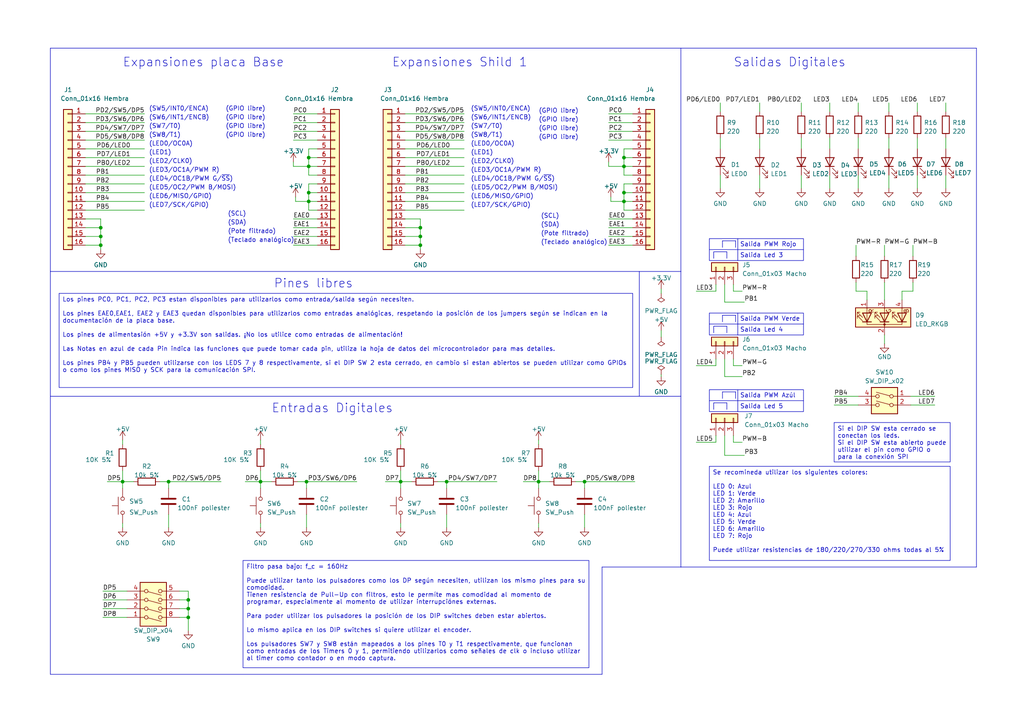
<source format=kicad_sch>
(kicad_sch (version 20230121) (generator eeschema)
  (paper "A4")
  (title_block (title "Shield 1") (date "2023-02-03") (rev "Rev 1.0") (company "E.E.S.T. N°1 V.L."))
  (lib_symbols
    (symbol "Connector_Generic:Conn_01x03" (pin_names (offset 1.016) hide)
      (property "Reference" "J" (at 0 5.08 0))
      (property "Value" "Conn_01x03" (at 0 -5.08 0))
      (symbol "Conn_01x03_1_1"
        (pin passive line (at -5.08 2.54 0) (length 3.81) (name "Pin_1") (number "1"))
        (pin passive line (at -5.08 0 0) (length 3.81) (name "Pin_2") (number "2"))
        (pin passive line (at -5.08 -2.54 0) (length 3.81) (name "Pin_3") (number "3"))
      )
    )
    (symbol "Connector_Generic:Conn_01x16" (pin_names (offset 1.016) hide)
      (property "Reference" "J" (at 0 20.32 0))
      (property "Value" "Conn_01x16" (at 0 -22.86 0))
      (symbol "Conn_01x16_1_1"
        (pin passive line (at -5.08 17.78 0) (length 3.81) (name "Pin_1") (number "1"))
        (pin passive line (at -5.08 -5.08 0) (length 3.81) (name "Pin_10") (number "10"))
        (pin passive line (at -5.08 -7.62 0) (length 3.81) (name "Pin_11") (number "11"))
        (pin passive line (at -5.08 -10.16 0) (length 3.81) (name "Pin_12") (number "12"))
        (pin passive line (at -5.08 -12.7 0) (length 3.81) (name "Pin_13") (number "13"))
        (pin passive line (at -5.08 -15.24 0) (length 3.81) (name "Pin_14") (number "14"))
        (pin passive line (at -5.08 -17.78 0) (length 3.81) (name "Pin_15") (number "15"))
        (pin passive line (at -5.08 -20.32 0) (length 3.81) (name "Pin_16") (number "16"))
        (pin passive line (at -5.08 15.24 0) (length 3.81) (name "Pin_2") (number "2"))
        (pin passive line (at -5.08 12.7 0) (length 3.81) (name "Pin_3") (number "3"))
        (pin passive line (at -5.08 10.16 0) (length 3.81) (name "Pin_4") (number "4"))
        (pin passive line (at -5.08 7.62 0) (length 3.81) (name "Pin_5") (number "5"))
        (pin passive line (at -5.08 5.08 0) (length 3.81) (name "Pin_6") (number "6"))
        (pin passive line (at -5.08 2.54 0) (length 3.81) (name "Pin_7") (number "7"))
        (pin passive line (at -5.08 0 0) (length 3.81) (name "Pin_8") (number "8"))
        (pin passive line (at -5.08 -2.54 0) (length 3.81) (name "Pin_9") (number "9"))
      )
    )
    (symbol "Device:C" (pin_numbers hide) (pin_names (offset 0.254))
      (property "Reference" "C" (at 0.635 2.54 0))
      (property "Value" "C" (at 0.635 -2.54 0))
      (symbol "C_1_1"
        (pin passive line (at 0 3.81 270) (length 2.794) (name "~") (number "1"))
        (pin passive line (at 0 -3.81 90) (length 2.794) (name "~") (number "2"))
      )
    )
    (symbol "Device:LED" (pin_numbers hide) (pin_names (offset 1.016) hide)
      (property "Reference" "D" (at 0 2.54 0))
      (property "Value" "LED" (at 0 -2.54 0))
      (symbol "LED_1_1"
        (pin passive line (at -3.81 0 0) (length 2.54) (name "K") (number "1"))
        (pin passive line (at 3.81 0 180) (length 2.54) (name "A") (number "2"))
      )
    )
    (symbol "Device:LED_RKGB" (pin_names (offset 0) hide)
      (property "Reference" "D" (at 0 9.398 0))
      (property "Value" "LED_RKGB" (at 0 -8.89 0))
      (symbol "LED_RKGB_0_0"
        (text "B" (at 1.905 -6.35 0) (effects (font (size 1.27 1.27))))
        (text "G" (at 1.905 -1.27 0) (effects (font (size 1.27 1.27))))
        (text "R" (at 1.905 3.81 0) (effects (font (size 1.27 1.27))))
      )
      (symbol "LED_RKGB_1_1"
        (pin passive line (at 5.08 5.08 180) (length 2.54) (name "RA") (number "1"))
        (pin passive line (at -5.08 0 0) (length 2.54) (name "K") (number "2"))
        (pin passive line (at 5.08 0 180) (length 2.54) (name "GA") (number "3"))
        (pin passive line (at 5.08 -5.08 180) (length 2.54) (name "BA") (number "4"))
      )
    )
    (symbol "Device:R" (pin_numbers hide) (pin_names (offset 0))
      (property "Reference" "R" (at 2.032 0 90))
      (property "Value" "R" (at 0 0 90))
      (symbol "R_1_1"
        (pin passive line (at 0 3.81 270) (length 1.27) (name "~") (number "1"))
        (pin passive line (at 0 -3.81 90) (length 1.27) (name "~") (number "2"))
      )
    )
    (symbol "R_1" (pin_numbers hide) (pin_names (offset 0))
      (property "Reference" "R" (at 2.032 0 90))
      (property "Value" "R" (at 0 0 90))
      (symbol "R_1_1_1"
        (pin passive line (at 0 3.81 270) (length 1.27) (name "~") (number "1"))
        (pin passive line (at 0 -3.81 90) (length 1.27) (name "~") (number "2"))
      )
    )
    (symbol "Switch:SW_DIP_x02" (pin_names (offset 0) hide)
      (property "Reference" "SW" (at 0 6.35 0))
      (property "Value" "SW_DIP_x02" (at 0 -3.81 0))
      (symbol "SW_DIP_x02_1_1"
        (pin passive line (at -7.62 2.54 0) (length 5.08) (name "~") (number "1"))
        (pin passive line (at -7.62 0 0) (length 5.08) (name "~") (number "2"))
        (pin passive line (at 7.62 0 180) (length 5.08) (name "~") (number "3"))
        (pin passive line (at 7.62 2.54 180) (length 5.08) (name "~") (number "4"))
      )
    )
    (symbol "Switch:SW_DIP_x04" (pin_names (offset 0) hide)
      (property "Reference" "SW" (at 0 8.89 0))
      (property "Value" "SW_DIP_x04" (at 0 -6.35 0))
      (symbol "SW_DIP_x04_1_1"
        (pin passive line (at -7.62 5.08 0) (length 5.08) (name "~") (number "1"))
        (pin passive line (at -7.62 2.54 0) (length 5.08) (name "~") (number "2"))
        (pin passive line (at -7.62 0 0) (length 5.08) (name "~") (number "3"))
        (pin passive line (at -7.62 -2.54 0) (length 5.08) (name "~") (number "4"))
        (pin passive line (at 7.62 -2.54 180) (length 5.08) (name "~") (number "5"))
        (pin passive line (at 7.62 0 180) (length 5.08) (name "~") (number "6"))
        (pin passive line (at 7.62 2.54 180) (length 5.08) (name "~") (number "7"))
        (pin passive line (at 7.62 5.08 180) (length 5.08) (name "~") (number "8"))
      )
    )
    (symbol "Switch:SW_Push" (pin_numbers hide) (pin_names (offset 1.016) hide)
      (property "Reference" "SW" (at 1.27 2.54 0))
      (property "Value" "SW_Push" (at 0 -1.524 0))
      (symbol "SW_Push_0_1"
        (pin passive line (at -5.08 0 0) (length 2.54) (name "1") (number "1"))
        (pin passive line (at 5.08 0 180) (length 2.54) (name "2") (number "2"))
      )
    )
    (symbol "power:+3.3V" (power) (pin_names (offset 0))
      (property "Value" "+3.3V" (at 0 3.556 0))
      (symbol "+3.3V_1_1"
        (pin power_in line (at 0 0 90) (length 0) hide (name "+3.3V") (number "1"))
      )
    )
    (symbol "power:+5V" (power) (pin_names (offset 0))
      (property "Value" "+5V" (at 0 3.556 0))
      (symbol "+5V_1_1"
        (pin power_in line (at 0 0 90) (length 0) hide (name "+5V") (number "1"))
      )
    )
    (symbol "power:GND" (power) (pin_names (offset 0))
      (property "Value" "GND" (at 0 -3.81 0))
      (symbol "GND_1_1"
        (pin power_in line (at 0 0 270) (length 0) hide (name "GND") (number "1"))
      )
    )
    (symbol "power:PWR_FLAG" (power) (pin_numbers hide) (pin_names (offset 0) hide)
      (property "Value" "PWR_FLAG" (at 0 3.81 0))
      (symbol "PWR_FLAG_0_0"
        (pin power_out line (at 0 0 90) (length 0) (name "pwr") (number "1"))
      )
    )
  )
  (junction (at 29.21 66.04))
  (junction (at 89.535 55.88))
  (junction (at 180.975 55.88))
  (junction (at 88.9 139.7))
  (junction (at 29.21 71.12))
  (junction (at 116.205 139.7))
  (junction (at 75.565 139.7))
  (junction (at 35.56 139.7))
  (junction (at 121.92 68.58))
  (junction (at 180.975 45.72))
  (junction (at 156.21 139.7))
  (junction (at 54.61 176.53))
  (junction (at 29.21 68.58))
  (junction (at 121.92 71.12))
  (junction (at 89.535 45.72))
  (junction (at 89.535 58.42))
  (junction (at 54.61 173.99))
  (junction (at 121.92 66.04))
  (junction (at 180.975 58.42))
  (junction (at 54.61 179.07))
  (junction (at 48.895 139.7))
  (junction (at 129.54 139.7))
  (junction (at 89.535 48.26))
  (junction (at 180.975 48.26))
  (junction (at 169.545 139.7))
  (wire (pts (xy 29.21 72.39) (xy 29.21 71.12)))
  (wire (pts (xy 264.16 117.475) (xy 271.145 117.475)))
  (polyline (pts (xy 205.74 72.39) (xy 226.695 72.39)))
  (polyline (pts (xy 14.605 78.74) (xy 197.485 78.74)))
  (wire (pts (xy 201.93 106.045) (xy 207.645 106.045)))
  (wire (pts (xy 29.21 68.58) (xy 29.21 71.12)))
  (wire (pts (xy 75.565 141.605) (xy 75.565 139.7)))
  (wire (pts (xy 54.61 176.53) (xy 54.61 179.07)))
  (wire (pts (xy 54.61 171.45) (xy 54.61 173.99)))
  (wire (pts (xy 29.845 179.07) (xy 36.83 179.07)))
  (wire (pts (xy 85.09 46.99) (xy 85.09 48.26)))
  (wire (pts (xy 71.12 139.7) (xy 75.565 139.7)))
  (wire (pts (xy 35.56 153.035) (xy 35.56 151.765)))
  (polyline (pts (xy 210.82 73.025) (xy 210.82 74.93)))
  (wire (pts (xy 29.21 63.5) (xy 29.21 66.04)))
  (wire (pts (xy 212.725 106.045) (xy 215.265 106.045)))
  (polyline (pts (xy 209.55 69.85) (xy 213.36 69.85)))
  (wire (pts (xy 241.935 114.935) (xy 248.92 114.935)))
  (wire (pts (xy 121.92 63.5) (xy 117.475 63.5)))
  (wire (pts (xy 24.765 58.42) (xy 41.91 58.42)))
  (polyline (pts (xy 14.605 13.97) (xy 197.485 13.97)))
  (wire (pts (xy 210.185 82.55) (xy 210.185 87.63)))
  (wire (pts (xy 29.845 176.53) (xy 36.83 176.53)))
  (wire (pts (xy 220.345 29.845) (xy 220.345 32.385)))
  (wire (pts (xy 180.975 48.26) (xy 183.515 48.26)))
  (wire (pts (xy 210.185 87.63) (xy 215.9 87.63)))
  (polyline (pts (xy 14.605 78.74) (xy 14.605 195.58)))
  (wire (pts (xy 75.565 139.7) (xy 75.565 136.525)))
  (wire (pts (xy 89.535 45.72) (xy 92.075 45.72)))
  (polyline (pts (xy 197.485 164.465) (xy 197.485 78.74)))
  (wire (pts (xy 274.32 29.845) (xy 274.32 32.385)))
  (wire (pts (xy 129.54 141.605) (xy 129.54 139.7)))
  (wire (pts (xy 89.535 48.26) (xy 92.075 48.26)))
  (polyline (pts (xy 207.01 73.025) (xy 210.82 73.025)))
  (polyline (pts (xy 213.36 91.44) (xy 213.36 93.345)))
  (wire (pts (xy 176.53 40.64) (xy 183.515 40.64)))
  (wire (pts (xy 180.975 55.88) (xy 183.515 55.88)))
  (wire (pts (xy 210.185 132.08) (xy 215.9 132.08)))
  (wire (pts (xy 92.075 53.34) (xy 89.535 53.34)))
  (wire (pts (xy 85.09 40.64) (xy 92.075 40.64)))
  (wire (pts (xy 169.545 139.7) (xy 184.15 139.7)))
  (polyline (pts (xy 174.625 195.58) (xy 174.625 164.465)))
  (wire (pts (xy 85.09 71.12) (xy 92.075 71.12)))
  (wire (pts (xy 29.845 173.99) (xy 36.83 173.99)))
  (wire (pts (xy 24.765 45.72) (xy 41.91 45.72)))
  (wire (pts (xy 116.205 141.605) (xy 116.205 139.7)))
  (wire (pts (xy 151.765 139.7) (xy 156.21 139.7)))
  (wire (pts (xy 24.765 40.64) (xy 41.91 40.64)))
  (wire (pts (xy 180.975 43.18) (xy 180.975 45.72)))
  (wire (pts (xy 35.56 139.7) (xy 38.735 139.7)))
  (wire (pts (xy 52.07 173.99) (xy 54.61 173.99)))
  (wire (pts (xy 117.475 35.56) (xy 134.62 35.56)))
  (polyline (pts (xy 213.995 69.215) (xy 213.995 75.565)))
  (polyline (pts (xy 226.695 116.205) (xy 233.045 116.205)))
  (wire (pts (xy 85.09 48.26) (xy 89.535 48.26)))
  (wire (pts (xy 117.475 40.64) (xy 134.62 40.64)))
  (wire (pts (xy 241.935 117.475) (xy 248.92 117.475)))
  (wire (pts (xy 52.07 171.45) (xy 54.61 171.45)))
  (polyline (pts (xy 197.485 13.97) (xy 283.21 13.97)))
  (wire (pts (xy 35.56 127.635) (xy 35.56 128.905)))
  (wire (pts (xy 240.665 40.005) (xy 240.665 43.18)))
  (wire (pts (xy 24.765 33.02) (xy 41.91 33.02)))
  (wire (pts (xy 48.895 149.225) (xy 48.895 153.035)))
  (wire (pts (xy 240.665 50.8) (xy 240.665 54.61)))
  (wire (pts (xy 117.475 66.04) (xy 121.92 66.04)))
  (polyline (pts (xy 14.605 195.58) (xy 174.625 195.58)))
  (wire (pts (xy 116.205 139.7) (xy 116.205 136.525)))
  (wire (pts (xy 75.565 139.7) (xy 78.74 139.7)))
  (wire (pts (xy 89.535 58.42) (xy 92.075 58.42)))
  (wire (pts (xy 180.975 58.42) (xy 183.515 58.42)))
  (wire (pts (xy 257.81 29.845) (xy 257.81 32.385)))
  (wire (pts (xy 220.345 50.8) (xy 220.345 54.61)))
  (wire (pts (xy 207.645 84.455) (xy 207.645 82.55)))
  (wire (pts (xy 248.285 81.915) (xy 248.285 84.455)))
  (wire (pts (xy 208.915 29.845) (xy 208.915 32.385)))
  (wire (pts (xy 116.205 153.035) (xy 116.205 151.765)))
  (polyline (pts (xy 209.55 113.665) (xy 213.36 113.665)))
  (polyline (pts (xy 207.01 116.84) (xy 210.82 116.84)))
  (wire (pts (xy 24.765 38.1) (xy 41.91 38.1)))
  (wire (pts (xy 117.475 38.1) (xy 134.62 38.1)))
  (wire (pts (xy 129.54 149.225) (xy 129.54 153.035)))
  (wire (pts (xy 169.545 149.225) (xy 169.545 153.035)))
  (wire (pts (xy 88.9 149.225) (xy 88.9 153.035)))
  (wire (pts (xy 92.075 43.18) (xy 89.535 43.18)))
  (wire (pts (xy 191.77 108.585) (xy 191.77 109.22)))
  (wire (pts (xy 29.21 66.04) (xy 29.21 68.58)))
  (wire (pts (xy 52.07 176.53) (xy 54.61 176.53)))
  (wire (pts (xy 176.53 71.12) (xy 183.515 71.12)))
  (polyline (pts (xy 283.21 13.97) (xy 283.21 164.465)))
  (wire (pts (xy 85.09 68.58) (xy 92.075 68.58)))
  (wire (pts (xy 248.285 71.12) (xy 248.285 74.295)))
  (wire (pts (xy 24.765 60.96) (xy 41.91 60.96)))
  (wire (pts (xy 117.475 60.96) (xy 134.62 60.96)))
  (wire (pts (xy 210.185 109.22) (xy 210.185 104.14)))
  (wire (pts (xy 274.32 40.005) (xy 274.32 43.18)))
  (wire (pts (xy 85.09 66.04) (xy 92.075 66.04)))
  (polyline (pts (xy 209.55 91.44) (xy 213.36 91.44)))
  (wire (pts (xy 117.475 53.34) (xy 134.62 53.34)))
  (wire (pts (xy 201.93 84.455) (xy 207.645 84.455)))
  (wire (pts (xy 264.16 114.935) (xy 271.145 114.935)))
  (wire (pts (xy 212.725 128.27) (xy 215.265 128.27)))
  (wire (pts (xy 129.54 139.7) (xy 127 139.7)))
  (wire (pts (xy 29.21 63.5) (xy 24.765 63.5)))
  (wire (pts (xy 191.77 95.885) (xy 191.77 97.79)))
  (wire (pts (xy 121.92 72.39) (xy 121.92 71.12)))
  (wire (pts (xy 207.645 128.27) (xy 207.645 126.365)))
  (wire (pts (xy 54.61 179.07) (xy 54.61 182.88)))
  (wire (pts (xy 248.285 84.455) (xy 251.46 84.455)))
  (polyline (pts (xy 174.625 164.465) (xy 197.485 164.465)))
  (wire (pts (xy 48.895 139.7) (xy 64.135 139.7)))
  (wire (pts (xy 180.975 60.96) (xy 183.515 60.96)))
  (polyline (pts (xy 226.695 72.39) (xy 233.045 72.39)))
  (wire (pts (xy 89.535 55.88) (xy 92.075 55.88)))
  (wire (pts (xy 29.845 171.45) (xy 36.83 171.45)))
  (wire (pts (xy 257.81 40.005) (xy 257.81 43.18)))
  (wire (pts (xy 266.065 50.8) (xy 266.065 54.61)))
  (wire (pts (xy 52.07 179.07) (xy 54.61 179.07)))
  (polyline (pts (xy 14.605 114.935) (xy 197.485 114.935)))
  (wire (pts (xy 215.265 109.22) (xy 210.185 109.22)))
  (wire (pts (xy 89.535 48.26) (xy 89.535 50.8)))
  (polyline (pts (xy 207.01 94.615) (xy 210.82 94.615)))
  (wire (pts (xy 121.92 66.04) (xy 121.92 68.58)))
  (wire (pts (xy 85.725 58.42) (xy 89.535 58.42)))
  (wire (pts (xy 212.725 104.14) (xy 212.725 106.045)))
  (wire (pts (xy 264.795 84.455) (xy 261.62 84.455)))
  (polyline (pts (xy 207.01 96.52) (xy 207.01 94.615)))
  (polyline (pts (xy 207.01 118.745) (xy 207.01 116.84)))
  (wire (pts (xy 266.065 40.005) (xy 266.065 43.18)))
  (wire (pts (xy 121.92 63.5) (xy 121.92 66.04)))
  (wire (pts (xy 248.92 50.8) (xy 248.92 54.61)))
  (wire (pts (xy 156.21 153.035) (xy 156.21 151.765)))
  (wire (pts (xy 169.545 139.7) (xy 167.005 139.7)))
  (wire (pts (xy 201.93 128.27) (xy 207.645 128.27)))
  (wire (pts (xy 180.975 55.88) (xy 180.975 58.42)))
  (wire (pts (xy 176.53 48.26) (xy 180.975 48.26)))
  (wire (pts (xy 180.975 48.26) (xy 180.975 50.8)))
  (wire (pts (xy 180.975 58.42) (xy 180.975 60.96)))
  (wire (pts (xy 85.09 33.02) (xy 92.075 33.02)))
  (wire (pts (xy 256.54 71.12) (xy 256.54 74.295)))
  (wire (pts (xy 264.795 81.915) (xy 264.795 84.455)))
  (wire (pts (xy 117.475 48.26) (xy 134.62 48.26)))
  (polyline (pts (xy 14.605 78.74) (xy 14.605 13.97)))
  (polyline (pts (xy 213.995 90.805) (xy 213.995 97.155)))
  (wire (pts (xy 35.56 139.7) (xy 35.56 136.525)))
  (wire (pts (xy 180.975 53.34) (xy 180.975 55.88)))
  (polyline (pts (xy 213.995 113.03) (xy 213.995 119.38)))
  (wire (pts (xy 89.535 55.88) (xy 89.535 58.42)))
  (wire (pts (xy 251.46 84.455) (xy 251.46 86.995)))
  (polyline (pts (xy 213.36 69.85) (xy 213.36 71.755)))
  (wire (pts (xy 180.975 45.72) (xy 183.515 45.72)))
  (wire (pts (xy 176.53 63.5) (xy 183.515 63.5)))
  (wire (pts (xy 121.92 68.58) (xy 121.92 71.12)))
  (polyline (pts (xy 226.695 93.98) (xy 233.045 93.98)))
  (wire (pts (xy 180.975 45.72) (xy 180.975 48.26)))
  (wire (pts (xy 176.53 66.04) (xy 183.515 66.04)))
  (wire (pts (xy 274.32 50.8) (xy 274.32 54.61)))
  (wire (pts (xy 156.21 136.525) (xy 156.21 139.7)))
  (wire (pts (xy 232.41 50.8) (xy 232.41 54.61)))
  (wire (pts (xy 176.53 68.58) (xy 183.515 68.58)))
  (wire (pts (xy 117.475 33.02) (xy 134.62 33.02)))
  (wire (pts (xy 88.9 141.605) (xy 88.9 139.7)))
  (wire (pts (xy 117.475 58.42) (xy 134.62 58.42)))
  (wire (pts (xy 256.54 81.915) (xy 256.54 86.995)))
  (wire (pts (xy 220.345 40.005) (xy 220.345 43.18)))
  (polyline (pts (xy 185.42 78.74) (xy 185.42 114.935)))
  (wire (pts (xy 54.61 173.99) (xy 54.61 176.53)))
  (wire (pts (xy 31.115 139.7) (xy 35.56 139.7)))
  (wire (pts (xy 85.725 57.15) (xy 85.725 58.42)))
  (wire (pts (xy 117.475 45.72) (xy 134.62 45.72)))
  (wire (pts (xy 156.21 127.635) (xy 156.21 128.905)))
  (wire (pts (xy 88.9 139.7) (xy 103.505 139.7)))
  (wire (pts (xy 256.54 97.155) (xy 256.54 99.695)))
  (wire (pts (xy 208.915 50.8) (xy 208.915 54.61)))
  (wire (pts (xy 24.765 43.18) (xy 41.91 43.18)))
  (wire (pts (xy 210.185 126.365) (xy 210.185 132.08)))
  (polyline (pts (xy 205.74 116.205) (xy 226.695 116.205)))
  (wire (pts (xy 48.895 141.605) (xy 48.895 139.7)))
  (wire (pts (xy 180.975 50.8) (xy 183.515 50.8)))
  (wire (pts (xy 266.065 29.845) (xy 266.065 32.385)))
  (wire (pts (xy 111.76 139.7) (xy 116.205 139.7)))
  (wire (pts (xy 24.765 53.34) (xy 41.91 53.34)))
  (wire (pts (xy 176.53 38.1) (xy 183.515 38.1)))
  (wire (pts (xy 24.765 55.88) (xy 41.91 55.88)))
  (wire (pts (xy 116.205 139.7) (xy 119.38 139.7)))
  (polyline (pts (xy 207.01 74.93) (xy 207.01 73.025)))
  (wire (pts (xy 24.765 68.58) (xy 29.21 68.58)))
  (wire (pts (xy 35.56 141.605) (xy 35.56 139.7)))
  (wire (pts (xy 191.77 83.82) (xy 191.77 85.09)))
  (wire (pts (xy 89.535 50.8) (xy 92.075 50.8)))
  (wire (pts (xy 212.725 84.455) (xy 215.265 84.455)))
  (wire (pts (xy 248.92 40.005) (xy 248.92 43.18)))
  (wire (pts (xy 89.535 58.42) (xy 89.535 60.96)))
  (polyline (pts (xy 283.21 164.465) (xy 197.485 164.465)))
  (wire (pts (xy 177.165 57.15) (xy 177.165 58.42)))
  (wire (pts (xy 212.725 82.55) (xy 212.725 84.455)))
  (wire (pts (xy 116.205 127.635) (xy 116.205 128.905)))
  (wire (pts (xy 89.535 45.72) (xy 89.535 48.26)))
  (polyline (pts (xy 205.74 93.98) (xy 226.695 93.98)))
  (wire (pts (xy 85.09 38.1) (xy 92.075 38.1)))
  (wire (pts (xy 85.09 63.5) (xy 92.075 63.5)))
  (wire (pts (xy 89.535 43.18) (xy 89.535 45.72)))
  (polyline (pts (xy 209.55 71.755) (xy 209.55 69.85)))
  (wire (pts (xy 117.475 71.12) (xy 121.92 71.12)))
  (wire (pts (xy 117.475 50.8) (xy 134.62 50.8)))
  (wire (pts (xy 75.565 153.035) (xy 75.565 151.765)))
  (wire (pts (xy 24.765 48.26) (xy 41.91 48.26)))
  (wire (pts (xy 89.535 60.96) (xy 92.075 60.96)))
  (wire (pts (xy 24.765 50.8) (xy 41.91 50.8)))
  (wire (pts (xy 85.09 35.56) (xy 92.075 35.56)))
  (wire (pts (xy 176.53 35.56) (xy 183.515 35.56)))
  (wire (pts (xy 75.565 127.635) (xy 75.565 128.905)))
  (wire (pts (xy 261.62 84.455) (xy 261.62 86.995)))
  (wire (pts (xy 183.515 43.18) (xy 180.975 43.18)))
  (wire (pts (xy 48.895 139.7) (xy 46.355 139.7)))
  (polyline (pts (xy 209.55 115.57) (xy 209.55 113.665)))
  (wire (pts (xy 117.475 55.88) (xy 134.62 55.88)))
  (wire (pts (xy 129.54 139.7) (xy 144.145 139.7)))
  (wire (pts (xy 183.515 53.34) (xy 180.975 53.34)))
  (wire (pts (xy 156.21 139.7) (xy 159.385 139.7)))
  (wire (pts (xy 208.915 40.005) (xy 208.915 43.18)))
  (wire (pts (xy 89.535 53.34) (xy 89.535 55.88)))
  (polyline (pts (xy 210.82 94.615) (xy 210.82 96.52)))
  (wire (pts (xy 212.725 126.365) (xy 212.725 128.27)))
  (wire (pts (xy 117.475 43.18) (xy 134.62 43.18)))
  (wire (pts (xy 240.665 29.845) (xy 240.665 32.385)))
  (wire (pts (xy 156.21 141.605) (xy 156.21 139.7)))
  (wire (pts (xy 176.53 33.02) (xy 183.515 33.02)))
  (polyline (pts (xy 213.36 113.665) (xy 213.36 115.57)))
  (wire (pts (xy 264.795 71.12) (xy 264.795 74.295)))
  (polyline (pts (xy 197.485 13.97) (xy 197.485 78.74)))
  (wire (pts (xy 176.53 46.99) (xy 176.53 48.26)))
  (wire (pts (xy 24.765 71.12) (xy 29.21 71.12)))
  (wire (pts (xy 24.765 35.56) (xy 41.91 35.56)))
  (wire (pts (xy 117.475 68.58) (xy 121.92 68.58)))
  (wire (pts (xy 207.645 104.14) (xy 207.645 106.045)))
  (wire (pts (xy 169.545 141.605) (xy 169.545 139.7)))
  (wire (pts (xy 248.92 29.845) (xy 248.92 32.385)))
  (wire (pts (xy 232.41 40.005) (xy 232.41 43.18)))
  (wire (pts (xy 257.81 50.8) (xy 257.81 54.61)))
  (polyline (pts (xy 210.82 116.84) (xy 210.82 118.745)))
  (wire (pts (xy 24.765 66.04) (xy 29.21 66.04)))
  (polyline (pts (xy 209.55 93.345) (xy 209.55 91.44)))
  (wire (pts (xy 177.165 58.42) (xy 180.975 58.42)))
  (wire (pts (xy 88.9 139.7) (xy 86.36 139.7)))
  (wire (pts (xy 232.41 29.845) (xy 232.41 32.385)))
  (rectangle (start 205.74 113.03) (end 233.045 119.38))
  (rectangle (start 205.74 69.215) (end 233.045 75.565))
  (rectangle (start 205.74 90.805) (end 233.045 97.155))
  (text_box "Si el DIP SW esta cerrado se conectan los leds.\nSi el DIP SW esta abierto puede utilizar el pin como GPIO o para la conexión SPI" (at 241.935 122.555 0) (size 33.655 11.43) (effects (font (size 1.27 1.27)) (justify left top)))
  (text_box "Los pines PC0, PC1, PC2, PC3 estan disponibles para utilizarlos como entrada/salida según necesiten.\n\nLos pines EAE0,EAE1, EAE2 y EAE3 quedan disponibles para utilizarlos como entradas analógicas, respetando la posición de los jumpers según se indican en la documentación de la placa base.\n\nLos pines de alimentasión +5V y +3.3V son salidas. ¡No los utilice como entradas de alimentación! \n\nLas Notas en azul de cada Pin indica las funciones que puede tomar cada pin, utiliza la hoja de datos del microcontrolador para mas detalles.\n\nLos pines PB4 y PB5 pueden utilizarse con los LEDS 7 y 8 respectivamente, si el DIP SW 2 esta cerrado, en cambio si estan abiertos se pueden utilizar como GPIOs o como los pines MISO y SCK para la comunicación SPI." (at 17.145 85.09 0) (size 166.37 27.305) (effects (font (size 1.27 1.27)) (justify left top)))
  (text_box "Se recomineda utilizar los siguientes colores:\n\nLED 0: Azul\nLED 1: Verde\nLED 2: Amarillo\nLED 3: Rojo\nLED 4: Azul\nLED 5: Verde\nLED 6: Amarillo\nLED 7: Rojo\n\nPuede utilizar resistencias de 180/220/270/330 ohms todas al 5%" (at 205.74 135.255 0) (size 69.85 27.305) (effects (font (size 1.27 1.27)) (justify left top)))
  (text_box "Filtro pasa bajo: f_c = 160Hz\n\nPuede utilizar tanto los pulsadores como los DP según necesiten, utilizan los mismo pines para su comodidad.\nTienen resistencia de Pull-Up con filtros, esto le permíte mas comodidad al momento de programar, especialmente al momento de utilizar interrupciónes externas.\n\nPara poder utilizar los pulsadores la posición de los DIP switches deben estar abiertos.\n\nLo mismo aplica en los DIP switches si quiere utilizar el encoder.\n\nLos pulsadores SW7 y SW8 están mapeados a los pines T0 y T1 respectivamente, que funcionan como entradas de los Timers 0 y 1, permitiendo utilizarlos como señales de clk o incluso utilizar al timer como contador o en modo captura. \n\n" (at 70.485 162.56 0) (size 100.33 31.115) (effects (font (size 1.27 1.27)) (justify left top)))
  (text "Salida PWM Verde" (at 214.63 93.345 0) (effects (font (size 1.27 1.27)) (justify left bottom)))
  (text "(SW6/INT1/ENCB)" (at 43.18 34.925 0) (effects (font (size 1.27 1.27)) (justify left bottom)))
  (text "(LED1)" (at 43.18 45.085 0) (effects (font (size 1.27 1.27)) (justify left bottom)))
  (text "(GPIO libre)" (at 65.405 34.925 0) (effects (font (size 1.27 1.27)) (justify left bottom)))
  (text "(SDA)" (at 66.04 65.405 0) (effects (font (size 1.27 1.27)) (justify left bottom)))
  (text "(Teclado analógico)" (at 156.845 71.12 0) (effects (font (size 1.27 1.27)) (justify left bottom)))
  (text "(SCL)" (at 156.845 63.5 0) (effects (font (size 1.27 1.27)) (justify left bottom)))
  (text "(LED6/MISO/GPIO)" (at 43.18 57.785 0) (effects (font (size 1.27 1.27)) (justify left bottom)))
  (text "(SW5/INT0/ENCA)" (at 136.525 32.385 0) (effects (font (size 1.27 1.27)) (justify left bottom)))
  (text "(SW7/T0)" (at 43.18 37.465 0) (effects (font (size 1.27 1.27)) (justify left bottom)))
  (text "(GPIO libre)" (at 156.21 33.02 0) (effects (font (size 1.27 1.27)) (justify left bottom)))
  (text "(GPIO libre)" (at 65.405 37.465 0) (effects (font (size 1.27 1.27)) (justify left bottom)))
  (text "(GPIO libre)" (at 156.21 35.56 0) (effects (font (size 1.27 1.27)) (justify left bottom)))
  (text "(SW7/T0)" (at 136.525 37.465 0) (effects (font (size 1.27 1.27)) (justify left bottom)))
  (text "Expansiones Shild 1" (at 113.665 19.685 0) (effects (font (size 2.54 2.54)) (justify left bottom)))
  (text "(LED2/CLK0)" (at 136.525 47.625 0) (effects (font (size 1.27 1.27)) (justify left bottom)))
  (text "(Pote filtrado)" (at 156.845 68.58 0) (effects (font (size 1.27 1.27)) (justify left bottom)))
  (text "Salida PWM Azúl" (at 214.63 115.57 0) (effects (font (size 1.27 1.27)) (justify left bottom)))
  (text "Salida Led 4" (at 214.63 96.52 0) (effects (font (size 1.27 1.27)) (justify left bottom)))
  (text "(Teclado analógico)" (at 66.04 70.485 0) (effects (font (size 1.27 1.27)) (justify left bottom)))
  (text "(LED6/MISO/GPIO)" (at 136.525 57.785 0) (effects (font (size 1.27 1.27)) (justify left bottom)))
  (text "(SCL)" (at 66.04 62.865 0) (effects (font (size 1.27 1.27)) (justify left bottom)))
  (text "(SW6/INT1/ENCB)" (at 136.525 34.925 0) (effects (font (size 1.27 1.27)) (justify left bottom)))
  (text "(SDA)" (at 156.845 66.04 0) (effects (font (size 1.27 1.27)) (justify left bottom)))
  (text "(LED0/OC0A)" (at 43.18 42.545 0) (effects (font (size 1.27 1.27)) (justify left bottom)))
  (text "(GPIO libre)" (at 65.405 40.005 0) (effects (font (size 1.27 1.27)) (justify left bottom)))
  (text "(LED2/CLK0)" (at 43.18 47.625 0) (effects (font (size 1.27 1.27)) (justify left bottom)))
  (text "(GPIO libre)" (at 156.21 40.64 0) (effects (font (size 1.27 1.27)) (justify left bottom)))
  (text "(LED3/OC1A/PWM R)" (at 43.18 50.165 0) (effects (font (size 1.27 1.27)) (justify left bottom)))
  (text "Pines libres" (at 79.375 83.82 0) (effects (font (size 2.54 2.54)) (justify left bottom)))
  (text "(SW5/INT0/ENCA)" (at 43.18 32.385 0) (effects (font (size 1.27 1.27)) (justify left bottom)))
  (text "Salidas Digitales" (at 212.725 19.685 0) (effects (font (size 2.54 2.54)) (justify left bottom)))
  (text "Salida PWM Rojo" (at 214.63 71.755 0) (effects (font (size 1.27 1.27)) (justify left bottom)))
  (text "(LED7/SCK/GPIO)" (at 43.18 60.325 0) (effects (font (size 1.27 1.27)) (justify left bottom)))
  (text "(LED0/OC0A)" (at 136.525 42.545 0) (effects (font (size 1.27 1.27)) (justify left bottom)))
  (text "Expansiones placa Base" (at 35.56 19.685 0) (effects (font (size 2.54 2.54)) (justify left bottom)))
  (text "(LED7/SCK/GPIO)" (at 136.525 60.325 0) (effects (font (size 1.27 1.27)) (justify left bottom)))
  (text "Salida Led 3" (at 214.63 74.93 0) (effects (font (size 1.27 1.27)) (justify left bottom)))
  (text "(LED3/OC1A/PWM R)" (at 136.525 50.165 0) (effects (font (size 1.27 1.27)) (justify left bottom)))
  (text "(LED5/OC2/PWM B/MOSI)" (at 136.525 55.245 0) (effects (font (size 1.27 1.27)) (justify left bottom)))
  (text "(LED4/OC1B/PWM G/~{SS})" (at 136.525 52.705 0) (effects (font (size 1.27 1.27)) (justify left bottom)))
  (text "(GPIO libre)" (at 65.405 32.385 0) (effects (font (size 1.27 1.27)) (justify left bottom)))
  (text "Entradas Digitales" (at 78.74 120.015 0) (effects (font (size 2.54 2.54)) (justify left bottom)))
  (text "(SW8/T1)" (at 43.18 40.005 0) (effects (font (size 1.27 1.27)) (justify left bottom)))
  (text "(GPIO libre)" (at 156.21 38.1 0) (effects (font (size 1.27 1.27)) (justify left bottom)))
  (text "(LED5/OC2/PWM B/MOSI)" (at 43.18 55.245 0) (effects (font (size 1.27 1.27)) (justify left bottom)))
  (text "(Pote filtrado)" (at 66.04 67.945 0) (effects (font (size 1.27 1.27)) (justify left bottom)))
  (text "(LED4/OC1B/PWM G/~{SS})" (at 43.18 52.705 0) (effects (font (size 1.27 1.27)) (justify left bottom)))
  (text "(LED1)" (at 136.525 45.085 0) (effects (font (size 1.27 1.27)) (justify left bottom)))
  (text "Salida Led 5" (at 214.63 118.745 0) (effects (font (size 1.27 1.27)) (justify left bottom)))
  (text "(SW8/T1)" (at 136.525 40.005 0) (effects (font (size 1.27 1.27)) (justify left bottom)))
  (label "PWM-G" (at 256.54 71.12 0))
  (label "PD7{slash}LED1" (at 27.94 45.72 0))
  (label "PB2" (at 31.75 53.34 180))
  (label "PB1" (at 124.46 50.8 180))
  (label "LED3" (at 201.93 84.455 0))
  (label "LED5" (at 257.81 29.845 180))
  (label "EAE3" (at 85.09 71.12 0))
  (label "PB3" (at 215.9 132.08 0))
  (label "EAE1" (at 85.09 66.04 0))
  (label "PC3" (at 176.53 40.64 0))
  (label "PB4" (at 31.75 58.42 180))
  (label "PD2{slash}SW5{slash}DP5" (at 41.91 33.02 180))
  (label "PD6{slash}LED0" (at 27.94 43.18 0))
  (label "PD3{slash}SW6{slash}DP6" (at 103.505 139.7 180))
  (label "PD3{slash}SW6{slash}DP6" (at 134.62 35.56 180))
  (label "PB0{slash}LED2" (at 27.94 48.26 0))
  (label "LED4" (at 248.92 29.845 180))
  (label "PB1" (at 31.75 50.8 180))
  (label "PB1" (at 215.9 87.63 0))
  (label "PD5{slash}SW8{slash}DP8" (at 184.15 139.7 180))
  (label "PB3" (at 124.46 55.88 180))
  (label "PB3" (at 31.75 55.88 180))
  (label "PC2" (at 85.09 38.1 0))
  (label "PB5" (at 241.935 117.475 0))
  (label "PD6{slash}LED0" (at 208.915 29.845 180))
  (label "PD4{slash}SW7{slash}DP7" (at 144.145 139.7 180))
  (label "PD4{slash}SW7{slash}DP7" (at 134.62 38.1 180))
  (label "DP5" (at 31.115 139.7 0))
  (label "PD6{slash}LED0" (at 120.65 43.18 0))
  (label "LED7" (at 274.32 29.845 180))
  (label "LED7" (at 271.145 117.475 180))
  (label "LED5" (at 201.93 128.27 0))
  (label "PB2" (at 124.46 53.34 180))
  (label "PB0{slash}LED2" (at 120.65 48.26 0))
  (label "DP6" (at 29.845 173.99 0))
  (label "PD2{slash}SW5{slash}DP5" (at 134.62 33.02 180))
  (label "DP7" (at 111.76 139.7 0))
  (label "DP5" (at 29.845 171.45 0))
  (label "PD7{slash}LED1" (at 120.65 45.72 0))
  (label "EAE2" (at 85.09 68.58 0))
  (label "PC3" (at 85.09 40.64 0))
  (label "PC0" (at 85.09 33.02 0))
  (label "PWM-R" (at 215.265 84.455 0))
  (label "PD7{slash}LED1" (at 220.345 29.845 180))
  (label "PB5" (at 31.75 60.96 180))
  (label "PD2{slash}SW5{slash}DP5" (at 64.135 139.7 180))
  (label "DP8" (at 151.765 139.7 0))
  (label "PD5{slash}SW8{slash}DP8" (at 41.91 40.64 180))
  (label "PB4" (at 124.46 58.42 180))
  (label "PC2" (at 176.53 38.1 0))
  (label "EAE1" (at 176.53 66.04 0))
  (label "LED6" (at 266.065 29.845 180))
  (label "PC0" (at 176.53 33.02 0))
  (label "PWM-R" (at 248.285 71.12 0))
  (label "PD5{slash}SW8{slash}DP8" (at 134.62 40.64 180))
  (label "PD4{slash}SW7{slash}DP7" (at 41.91 38.1 180))
  (label "PB2" (at 215.265 109.22 0))
  (label "DP7" (at 29.845 176.53 0))
  (label "EAE2" (at 176.53 68.58 0))
  (label "DP8" (at 29.845 179.07 0))
  (label "PB5" (at 124.46 60.96 180))
  (label "EAE0" (at 176.53 63.5 0))
  (label "PB4" (at 241.935 114.935 0))
  (label "PB0{slash}LED2" (at 232.41 29.845 180))
  (label "DP6" (at 71.12 139.7 0))
  (label "PD3{slash}SW6{slash}DP6" (at 41.91 35.56 180))
  (label "EAE0" (at 85.09 63.5 0))
  (label "PWM-G" (at 215.265 106.045 0))
  (label "PC1" (at 176.53 35.56 0))
  (label "LED4" (at 201.93 106.045 0))
  (label "PWM-B" (at 264.795 71.12 0))
  (label "LED6" (at 271.145 114.935 180))
  (label "PWM-B" (at 215.265 128.27 0))
  (label "EAE3" (at 176.53 71.12 0))
  (label "PC1" (at 85.09 35.56 0))
  (label "LED3" (at 240.665 29.845 180))
  (symbol (lib_id "power:GND") (at 156.21 153.035 0) (unit 1)
    (property "Reference" "#PWR016" (effects hide))
    (property "Value" "GND" (at 156.21 157.48 0))
  )
  (symbol (lib_id "power:GND") (at 232.41 54.61 0) (unit 1)
    (property "Reference" "#PWR022" (effects hide))
    (property "Value" "GND" (at 232.41 59.055 0))
  )
  (symbol (lib_id "Device:R") (at 232.41 36.195 0) (unit 1)
    (property "Reference" "R11" (at 234.315 35.56 0) (effects (justify left)))
    (property "Value" "220" (at 234.315 38.1 0) (effects (justify left)))
    (property "Footprint" "Resistor_THT:R_Axial_DIN0207_L6.3mm_D2.5mm_P10.16mm_Horizontal" (effects hide))
  )
  (symbol (lib_id "power:+5V") (at 85.725 57.15 0) (unit 1)
    (property "Reference" "#PWR09" (effects hide))
    (property "Value" "+5V" (at 85.725 53.975 0))
  )
  (symbol (lib_id "Device:R") (at 220.345 36.195 0) (unit 1)
    (property "Reference" "R10" (at 222.25 35.56 0) (effects (justify left)))
    (property "Value" "220" (at 222.25 38.1 0) (effects (justify left)))
    (property "Footprint" "Resistor_THT:R_Axial_DIN0207_L6.3mm_D2.5mm_P10.16mm_Horizontal" (effects hide))
  )
  (symbol (lib_id "power:PWR_FLAG") (at 191.77 85.09 180) (unit 1)
    (property "Reference" "#FLG02" (effects hide))
    (property "Value" "PWR_FLAG" (at 191.77 90.17 0))
  )
  (symbol (lib_id "Device:LED") (at 240.665 46.99 90) (unit 1)
    (property "Reference" "D4" (at 243.84 47.9425 90) (effects (justify right)))
    (property "Value" "LED3" (at 243.84 50.4825 90) (effects (justify right)))
    (property "Footprint" "LED_THT:LED_D5.0mm" (effects hide))
  )
  (symbol (lib_id "Switch:SW_Push") (at 116.205 146.685 90) (unit 1)
    (property "Reference" "SW7" (at 118.11 146.05 90) (effects (justify right)))
    (property "Value" "SW_Push" (at 118.11 148.59 90) (effects (justify right)))
    (property "Footprint" "Button_Switch_THT:SW_PUSH_6mm_H8mm" (effects hide))
  )
  (symbol (lib_id "power:GND") (at 88.9 153.035 0) (unit 1)
    (property "Reference" "#PWR010" (effects hide))
    (property "Value" "GND" (at 88.9 157.48 0))
  )
  (symbol (lib_id "Device:R") (at 274.32 36.195 0) (unit 1)
    (property "Reference" "R18" (at 276.225 35.56 0) (effects (justify left)))
    (property "Value" "220" (at 276.225 38.1 0) (effects (justify left)))
    (property "Footprint" "Resistor_THT:R_Axial_DIN0207_L6.3mm_D2.5mm_P10.16mm_Horizontal" (effects hide))
  )
  (symbol (lib_id "Device:R") (at 256.54 78.105 0) (unit 1)
    (property "Reference" "R17" (at 257.81 76.835 0) (effects (justify left)))
    (property "Value" "220" (at 257.81 79.375 0) (effects (justify left)))
    (property "Footprint" "Resistor_THT:R_Axial_DIN0207_L6.3mm_D2.5mm_P10.16mm_Horizontal" (effects hide))
  )
  (symbol (lib_id "Device:R") (at 42.545 139.7 90) (unit 1)
    (property "Reference" "R2" (at 42.545 135.255 90))
    (property "Value" "10k 5%" (at 42.545 137.795 90))
    (property "Footprint" "Resistor_THT:R_Axial_DIN0207_L6.3mm_D2.5mm_P10.16mm_Horizontal" (effects hide))
  )
  (symbol (lib_id "power:GND") (at 266.065 54.61 0) (unit 1)
    (property "Reference" "#PWR026" (effects hide))
    (property "Value" "GND" (at 266.065 59.055 0))
  )
  (symbol (lib_id "Device:C") (at 48.895 145.415 0) (unit 1)
    (property "Reference" "C1" (at 52.705 144.78 0) (effects (justify left)))
    (property "Value" "100nF poliester " (at 51.435 147.32 0) (effects (justify left)))
    (property "Footprint" "Capacitor_THT:C_Disc_D7.5mm_W5.0mm_P7.50mm" (effects hide))
  )
  (symbol (lib_id "power:GND") (at 256.54 99.695 0) (unit 1)
    (property "Reference" "#PWR027" (effects hide))
    (property "Value" "GND" (at 256.54 103.505 0))
  )
  (symbol (lib_id "Device:R") (at 240.665 36.195 0) (unit 1)
    (property "Reference" "R12" (at 242.57 35.56 0) (effects (justify left)))
    (property "Value" "220" (at 242.57 38.1 0) (effects (justify left)))
    (property "Footprint" "Resistor_THT:R_Axial_DIN0207_L6.3mm_D2.5mm_P10.16mm_Horizontal" (effects hide))
  )
  (symbol (lib_id "power:GND") (at 129.54 153.035 0) (unit 1)
    (property "Reference" "#PWR014" (effects hide))
    (property "Value" "GND" (at 129.54 157.48 0))
  )
  (symbol (lib_id "power:+3.3V") (at 85.09 46.99 0) (unit 1)
    (property "Reference" "#PWR08" (effects hide))
    (property "Value" "+3.3V" (at 85.09 43.815 0))
  )
  (symbol (lib_id "power:GND") (at 29.21 72.39 0) (unit 1)
    (property "Reference" "#PWR01" (effects hide))
    (property "Value" "GND" (at 29.21 76.835 0))
  )
  (symbol (lib_id "Connector_Generic:Conn_01x03") (at 210.185 77.47 90) (unit 1)
    (property "Reference" "J5" (at 215.265 76.835 90) (effects (justify right)))
    (property "Value" "Conn_01x03 Macho" (at 215.265 79.375 90) (effects (justify right)))
    (property "Footprint" "Connector_PinHeader_2.54mm:PinHeader_1x03_P2.54mm_Vertical" (effects hide))
  )
  (symbol (lib_id "power:GND") (at 274.32 54.61 0) (unit 1)
    (property "Reference" "#PWR028" (effects hide))
    (property "Value" "GND" (at 274.32 59.055 0))
  )
  (symbol (lib_id "Connector_Generic:Conn_01x16") (at 188.595 50.8 0) (unit 1)
    (property "Reference" "J4" (at 187.325 26.035 0) (effects (justify left)))
    (property "Value" "Conn_01x16 Hembra" (at 170.18 28.575 0) (effects (justify left)))
    (property "Footprint" "Connector_PinSocket_2.54mm:PinSocket_1x16_P2.54mm_Vertical" (effects hide))
  )
  (symbol (lib_id "power:GND") (at 35.56 153.035 0) (unit 1)
    (property "Reference" "#PWR03" (effects hide))
    (property "Value" "GND" (at 35.56 157.48 0))
  )
  (symbol (lib_id "power:+3.3V") (at 176.53 46.99 0) (unit 1)
    (property "Reference" "#PWR018" (effects hide))
    (property "Value" "+3.3V" (at 176.53 43.815 0))
  )
  (symbol (lib_id "power:GND") (at 191.77 109.22 0) (unit 1)
    (property "Reference" "#PWR029" (effects hide))
    (property "Value" "GND" (at 191.77 113.665 0))
  )
  (symbol (lib_id "power:GND") (at 257.81 54.61 0) (unit 1)
    (property "Reference" "#PWR025" (effects hide))
    (property "Value" "GND" (at 257.81 59.055 0))
  )
  (symbol (lib_id "power:GND") (at 116.205 153.035 0) (unit 1)
    (property "Reference" "#PWR012" (effects hide))
    (property "Value" "GND" (at 116.205 157.48 0))
  )
  (symbol (lib_id "Connector_Generic:Conn_01x16") (at 112.395 50.8 0) (mirror y) (unit 1)
    (property "Reference" "J3" (at 113.665 26.035 0) (effects (justify left)))
    (property "Value" "Conn_01x16 Hembra" (at 130.175 28.575 0) (effects (justify left)))
    (property "Footprint" "Connector_PinSocket_2.54mm:PinSocket_1x16_P2.54mm_Vertical" (effects hide))
  )
  (symbol (lib_id "power:GND") (at 54.61 182.88 0) (unit 1)
    (property "Reference" "#PWR05" (effects hide))
    (property "Value" "GND" (at 54.61 187.325 0))
  )
  (symbol (lib_id "Switch:SW_Push") (at 35.56 146.685 90) (unit 1)
    (property "Reference" "SW5" (at 37.465 145.415 90) (effects (justify right)))
    (property "Value" "SW_Push" (at 37.465 148.59 90) (effects (justify right)))
    (property "Footprint" "Button_Switch_THT:SW_PUSH_6mm_H8mm" (effects hide))
  )
  (symbol (lib_id "Device:C") (at 169.545 145.415 0) (unit 1)
    (property "Reference" "C4" (at 173.355 144.78 0) (effects (justify left)))
    (property "Value" "100nF poliester " (at 172.085 147.32 0) (effects (justify left)))
    (property "Footprint" "Capacitor_THT:C_Disc_D7.5mm_W5.0mm_P7.50mm" (effects hide))
  )
  (symbol (lib_id "Device:LED") (at 220.345 46.99 90) (unit 1)
    (property "Reference" "D2" (at 223.52 47.879 90) (effects (justify right)))
    (property "Value" "LED1" (at 223.52 50.419 90) (effects (justify right)))
    (property "Footprint" "LED_THT:LED_D5.0mm" (effects hide))
  )
  (symbol (lib_id "Connector_Generic:Conn_01x03") (at 210.185 99.06 90) (unit 1)
    (property "Reference" "J6" (at 215.265 98.425 90) (effects (justify right)))
    (property "Value" "Conn_01x03 Macho" (at 215.265 100.965 90) (effects (justify right)))
    (property "Footprint" "Connector_PinHeader_2.54mm:PinHeader_1x03_P2.54mm_Vertical" (effects hide))
  )
  (symbol (lib_id "power:GND") (at 48.895 153.035 0) (unit 1)
    (property "Reference" "#PWR04" (effects hide))
    (property "Value" "GND" (at 48.895 157.48 0))
  )
  (symbol (lib_id "power:GND") (at 75.565 153.035 0) (unit 1)
    (property "Reference" "#PWR07" (effects hide))
    (property "Value" "GND" (at 75.565 157.48 0))
  )
  (symbol (lib_id "Device:LED") (at 274.32 46.99 90) (unit 1)
    (property "Reference" "D8" (at 276.86 47.625 90) (effects (justify right)))
    (property "Value" "LED7" (at 276.86 50.165 90) (effects (justify right)))
    (property "Footprint" "LED_THT:LED_D5.0mm" (effects hide))
  )
  (symbol (lib_id "Device:R") (at 266.065 36.195 0) (unit 1)
    (property "Reference" "R16" (at 267.97 35.56 0) (effects (justify left)))
    (property "Value" "220" (at 267.97 38.1 0) (effects (justify left)))
    (property "Footprint" "Resistor_THT:R_Axial_DIN0207_L6.3mm_D2.5mm_P10.16mm_Horizontal" (effects hide))
  )
  (symbol (lib_name "R_1") (lib_id "Device:R") (at 116.205 132.715 0) (unit 1)
    (property "Reference" "R5" (at 111.125 131.445 0) (effects (justify left)))
    (property "Value" "10K 5%" (at 105.41 133.35 0) (effects (justify left)))
    (property "Footprint" "Resistor_THT:R_Axial_DIN0207_L6.3mm_D2.5mm_P10.16mm_Horizontal" (effects hide))
  )
  (symbol (lib_id "power:+5V") (at 191.77 95.885 0) (unit 1)
    (property "Reference" "#PWR031" (effects hide))
    (property "Value" "+5V" (at 191.77 92.71 0))
  )
  (symbol (lib_id "Device:R") (at 208.915 36.195 0) (unit 1)
    (property "Reference" "R9" (at 210.82 35.56 0) (effects (justify left)))
    (property "Value" "220" (at 210.82 38.1 0) (effects (justify left)))
    (property "Footprint" "Resistor_THT:R_Axial_DIN0207_L6.3mm_D2.5mm_P10.16mm_Horizontal" (effects hide))
  )
  (symbol (lib_id "Device:LED") (at 208.915 46.99 90) (unit 1)
    (property "Reference" "D1" (at 211.963 47.752 90) (effects (justify right)))
    (property "Value" "LED0" (at 211.963 50.419 90) (effects (justify right)))
    (property "Footprint" "LED_THT:LED_D5.0mm" (effects hide))
  )
  (symbol (lib_id "Device:R") (at 257.81 36.195 0) (unit 1)
    (property "Reference" "R14" (at 259.715 35.56 0) (effects (justify left)))
    (property "Value" "220" (at 259.715 38.1 0) (effects (justify left)))
    (property "Footprint" "Resistor_THT:R_Axial_DIN0207_L6.3mm_D2.5mm_P10.16mm_Horizontal" (effects hide))
  )
  (symbol (lib_id "Device:LED_RKGB") (at 256.54 92.075 90) (unit 1)
    (property "Reference" "D9" (at 265.43 91.44 90) (effects (justify right)))
    (property "Value" "LED_RKGB" (at 265.43 93.98 90) (effects (justify right)))
    (property "Footprint" "LED_THT:LED_D5.0mm-4_RGB_Wide_Pins" (effects hide))
  )
  (symbol (lib_id "Switch:SW_Push") (at 156.21 146.685 90) (unit 1)
    (property "Reference" "SW8" (at 158.115 146.05 90) (effects (justify right)))
    (property "Value" "SW_Push" (at 158.115 148.59 90) (effects (justify right)))
    (property "Footprint" "Button_Switch_THT:SW_PUSH_6mm_H8mm" (effects hide))
  )
  (symbol (lib_id "Device:R") (at 123.19 139.7 90) (unit 1)
    (property "Reference" "R6" (at 123.19 135.255 90))
    (property "Value" "10k 5%" (at 123.19 137.795 90))
    (property "Footprint" "Resistor_THT:R_Axial_DIN0207_L6.3mm_D2.5mm_P10.16mm_Horizontal" (effects hide))
  )
  (symbol (lib_id "Device:LED") (at 266.065 46.99 90) (unit 1)
    (property "Reference" "D7" (at 268.605 47.625 90) (effects (justify right)))
    (property "Value" "LED6" (at 268.605 50.165 90) (effects (justify right)))
    (property "Footprint" "LED_THT:LED_D5.0mm" (effects hide))
  )
  (symbol (lib_id "power:PWR_FLAG") (at 191.77 97.79 180) (unit 1)
    (property "Reference" "#FLG03" (effects hide))
    (property "Value" "PWR_FLAG" (at 191.77 102.87 0))
  )
  (symbol (lib_id "Device:R") (at 163.195 139.7 90) (unit 1)
    (property "Reference" "R8" (at 163.195 135.255 90))
    (property "Value" "10k 5%" (at 163.195 137.795 90))
    (property "Footprint" "Resistor_THT:R_Axial_DIN0207_L6.3mm_D2.5mm_P10.16mm_Horizontal" (effects hide))
  )
  (symbol (lib_id "power:+5V") (at 156.21 127.635 0) (unit 1)
    (property "Reference" "#PWR015" (effects hide))
    (property "Value" "+5V" (at 156.21 124.46 0))
  )
  (symbol (lib_id "power:GND") (at 248.92 54.61 0) (unit 1)
    (property "Reference" "#PWR024" (effects hide))
    (property "Value" "GND" (at 248.92 59.055 0))
  )
  (symbol (lib_id "Device:C") (at 88.9 145.415 0) (unit 1)
    (property "Reference" "C2" (at 92.71 144.78 0) (effects (justify left)))
    (property "Value" "100nF poliester " (at 91.44 147.32 0) (effects (justify left)))
    (property "Footprint" "Capacitor_THT:C_Disc_D7.5mm_W5.0mm_P7.50mm" (effects hide))
  )
  (symbol (lib_name "R_1") (lib_id "Device:R") (at 75.565 132.715 0) (unit 1)
    (property "Reference" "R3" (at 70.485 131.445 0) (effects (justify left)))
    (property "Value" "10K 5%" (at 64.77 133.35 0) (effects (justify left)))
    (property "Footprint" "Resistor_THT:R_Axial_DIN0207_L6.3mm_D2.5mm_P10.16mm_Horizontal" (effects hide))
  )
  (symbol (lib_id "Connector_Generic:Conn_01x16") (at 19.685 50.8 0) (mirror y) (unit 1)
    (property "Reference" "J1" (at 20.955 26.035 0) (effects (justify left)))
    (property "Value" "Conn_01x16 Hembra" (at 37.465 28.575 0) (effects (justify left)))
    (property "Footprint" "Connector_PinHeader_2.54mm:PinHeader_1x16_P2.54mm_Vertical" (effects hide))
  )
  (symbol (lib_id "Device:LED") (at 232.41 46.99 90) (unit 1)
    (property "Reference" "D3" (at 235.585 47.879 90) (effects (justify right)))
    (property "Value" "LED2" (at 235.585 50.419 90) (effects (justify right)))
    (property "Footprint" "LED_THT:LED_D5.0mm" (effects hide))
  )
  (symbol (lib_id "Device:R") (at 248.92 36.195 0) (unit 1)
    (property "Reference" "R13" (at 250.825 35.56 0) (effects (justify left)))
    (property "Value" "220" (at 250.825 38.1 0) (effects (justify left)))
    (property "Footprint" "Resistor_THT:R_Axial_DIN0207_L6.3mm_D2.5mm_P10.16mm_Horizontal" (effects hide))
  )
  (symbol (lib_id "power:+5V") (at 75.565 127.635 0) (unit 1)
    (property "Reference" "#PWR06" (effects hide))
    (property "Value" "+5V" (at 75.565 124.46 0))
  )
  (symbol (lib_id "power:+5V") (at 116.205 127.635 0) (unit 1)
    (property "Reference" "#PWR011" (effects hide))
    (property "Value" "+5V" (at 116.205 124.46 0))
  )
  (symbol (lib_id "Device:R") (at 264.795 78.105 0) (unit 1)
    (property "Reference" "R19" (at 266.065 76.835 0) (effects (justify left)))
    (property "Value" "220" (at 266.065 79.375 0) (effects (justify left)))
    (property "Footprint" "Resistor_THT:R_Axial_DIN0207_L6.3mm_D2.5mm_P10.16mm_Horizontal" (effects hide))
  )
  (symbol (lib_id "power:+3.3V") (at 191.77 83.82 0) (unit 1)
    (property "Reference" "#PWR030" (effects hide))
    (property "Value" "+3.3V" (at 191.77 80.645 0))
  )
  (symbol (lib_id "Device:R") (at 248.285 78.105 0) (unit 1)
    (property "Reference" "R15" (at 249.555 76.835 0) (effects (justify left)))
    (property "Value" "220" (at 249.555 79.375 0) (effects (justify left)))
    (property "Footprint" "Resistor_THT:R_Axial_DIN0207_L6.3mm_D2.5mm_P10.16mm_Horizontal" (effects hide))
  )
  (symbol (lib_id "Connector_Generic:Conn_01x03") (at 210.185 121.285 90) (unit 1)
    (property "Reference" "J7" (at 215.9 120.65 90) (effects (justify right)))
    (property "Value" "Conn_01x03 Macho" (at 215.9 123.19 90) (effects (justify right)))
    (property "Footprint" "Connector_PinHeader_2.54mm:PinHeader_1x03_P2.54mm_Vertical" (effects hide))
  )
  (symbol (lib_name "R_1") (lib_id "Device:R") (at 156.21 132.715 0) (unit 1)
    (property "Reference" "R7" (at 151.13 131.445 0) (effects (justify left)))
    (property "Value" "10K 5%" (at 145.415 133.35 0) (effects (justify left)))
    (property "Footprint" "Resistor_THT:R_Axial_DIN0207_L6.3mm_D2.5mm_P10.16mm_Horizontal" (effects hide))
  )
  (symbol (lib_id "Device:LED") (at 248.92 46.99 90) (unit 1)
    (property "Reference" "D5" (at 252.095 47.625 90) (effects (justify right)))
    (property "Value" "LED4" (at 252.095 50.165 90) (effects (justify right)))
    (property "Footprint" "LED_THT:LED_D5.0mm" (effects hide))
  )
  (symbol (lib_name "R_1") (lib_id "Device:R") (at 35.56 132.715 0) (unit 1)
    (property "Reference" "R1" (at 30.48 131.445 0) (effects (justify left)))
    (property "Value" "10K 5%" (at 24.765 133.35 0) (effects (justify left)))
    (property "Footprint" "Resistor_THT:R_Axial_DIN0207_L6.3mm_D2.5mm_P10.16mm_Horizontal" (effects hide))
  )
  (symbol (lib_id "power:GND") (at 121.92 72.39 0) (unit 1)
    (property "Reference" "#PWR013" (effects hide))
    (property "Value" "GND" (at 121.92 76.835 0))
  )
  (symbol (lib_id "Connector_Generic:Conn_01x16") (at 97.155 50.8 0) (unit 1)
    (property "Reference" "J2" (at 95.885 26.035 0) (effects (justify left)))
    (property "Value" "Conn_01x16 Hembra" (at 82.55 28.575 0) (effects (justify left)))
    (property "Footprint" "Connector_PinHeader_2.54mm:PinHeader_1x16_P2.54mm_Vertical" (effects hide))
  )
  (symbol (lib_id "power:GND") (at 169.545 153.035 0) (unit 1)
    (property "Reference" "#PWR017" (effects hide))
    (property "Value" "GND" (at 169.545 157.48 0))
  )
  (symbol (lib_id "Device:R") (at 82.55 139.7 90) (unit 1)
    (property "Reference" "R4" (at 82.55 135.255 90))
    (property "Value" "10k 5%" (at 82.55 137.795 90))
    (property "Footprint" "Resistor_THT:R_Axial_DIN0207_L6.3mm_D2.5mm_P10.16mm_Horizontal" (effects hide))
  )
  (symbol (lib_id "Switch:SW_DIP_x02") (at 256.54 117.475 0) (mirror y) (unit 1)
    (property "Reference" "SW10" (at 256.54 107.95 0))
    (property "Value" "SW_DIP_x02" (at 256.54 110.49 0))
    (property "Footprint" "Button_Switch_THT:SW_DIP_SPSTx02_Slide_9.78x7.26mm_W7.62mm_P2.54mm" (effects hide))
  )
  (symbol (lib_id "power:GND") (at 240.665 54.61 0) (unit 1)
    (property "Reference" "#PWR023" (effects hide))
    (property "Value" "GND" (at 240.665 59.055 0))
  )
  (symbol (lib_id "Switch:SW_Push") (at 75.565 146.685 90) (unit 1)
    (property "Reference" "SW6" (at 77.47 146.05 90) (effects (justify right)))
    (property "Value" "SW_Push" (at 77.47 148.59 90) (effects (justify right)))
    (property "Footprint" "Button_Switch_THT:SW_PUSH_6mm_H8mm" (effects hide))
  )
  (symbol (lib_id "Device:LED") (at 257.81 46.99 90) (unit 1)
    (property "Reference" "D6" (at 260.35 47.625 90) (effects (justify right)))
    (property "Value" "LED5" (at 260.35 50.165 90) (effects (justify right)))
    (property "Footprint" "LED_THT:LED_D5.0mm" (effects hide))
  )
  (symbol (lib_id "power:GND") (at 220.345 54.61 0) (unit 1)
    (property "Reference" "#PWR021" (effects hide))
    (property "Value" "GND" (at 220.345 59.055 0))
  )
  (symbol (lib_id "power:+5V") (at 177.165 57.15 0) (unit 1)
    (property "Reference" "#PWR019" (effects hide))
    (property "Value" "+5V" (at 177.165 53.975 0))
  )
  (symbol (lib_id "power:GND") (at 208.915 54.61 0) (unit 1)
    (property "Reference" "#PWR020" (effects hide))
    (property "Value" "GND" (at 208.915 59.055 0))
  )
  (symbol (lib_id "power:+5V") (at 35.56 127.635 0) (unit 1)
    (property "Reference" "#PWR02" (effects hide))
    (property "Value" "+5V" (at 35.56 124.46 0))
  )
  (symbol (lib_id "Device:C") (at 129.54 145.415 0) (unit 1)
    (property "Reference" "C3" (at 133.35 144.78 0) (effects (justify left)))
    (property "Value" "100nF poliester " (at 132.08 147.32 0) (effects (justify left)))
    (property "Footprint" "Capacitor_THT:C_Disc_D7.5mm_W5.0mm_P7.50mm" (effects hide))
  )
  (symbol (lib_id "power:PWR_FLAG") (at 191.77 108.585 0) (unit 1)
    (property "Reference" "#FLG01" (effects hide))
    (property "Value" "PWR_FLAG" (at 191.77 104.775 0))
  )
  (symbol (lib_id "Switch:SW_DIP_x04") (at 44.45 173.99 0) (mirror x) (unit 1)
    (property "Reference" "SW9" (at 44.45 185.42 0))
    (property "Value" "SW_DIP_x04" (at 44.45 182.88 0))
    (property "Footprint" "Button_Switch_THT:SW_DIP_SPSTx04_Slide_9.78x12.34mm_W7.62mm_P2.54mm" (effects hide))
  )
)
</source>
